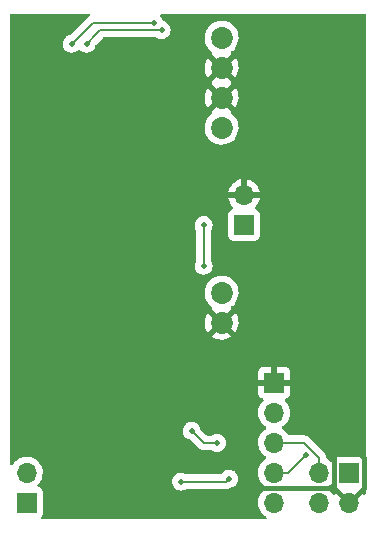
<source format=gbl>
G04 #@! TF.GenerationSoftware,KiCad,Pcbnew,6.0.2+dfsg-1*
G04 #@! TF.CreationDate,2023-04-26T20:37:37-05:00*
G04 #@! TF.ProjectId,dac-attack,6461632d-6174-4746-9163-6b2e6b696361,2023a*
G04 #@! TF.SameCoordinates,Original*
G04 #@! TF.FileFunction,Copper,L2,Bot*
G04 #@! TF.FilePolarity,Positive*
%FSLAX46Y46*%
G04 Gerber Fmt 4.6, Leading zero omitted, Abs format (unit mm)*
G04 Created by KiCad (PCBNEW 6.0.2+dfsg-1) date 2023-04-26 20:37:37*
%MOMM*%
%LPD*%
G01*
G04 APERTURE LIST*
G04 #@! TA.AperFunction,ComponentPad*
%ADD10R,1.700000X1.700000*%
G04 #@! TD*
G04 #@! TA.AperFunction,ComponentPad*
%ADD11O,1.700000X1.700000*%
G04 #@! TD*
G04 #@! TA.AperFunction,ComponentPad*
%ADD12C,1.854200*%
G04 #@! TD*
G04 #@! TA.AperFunction,ViaPad*
%ADD13C,0.500000*%
G04 #@! TD*
G04 #@! TA.AperFunction,Conductor*
%ADD14C,0.400000*%
G04 #@! TD*
G04 #@! TA.AperFunction,Conductor*
%ADD15C,0.200000*%
G04 #@! TD*
G04 APERTURE END LIST*
D10*
X95250000Y-104140000D03*
D11*
X95250000Y-106680000D03*
X95250000Y-109220000D03*
X95250000Y-111760000D03*
X95250000Y-114300000D03*
D10*
X101600000Y-111760000D03*
D11*
X99060000Y-111760000D03*
X101600000Y-114300000D03*
X99060000Y-114300000D03*
D12*
X90805000Y-99060000D03*
X90805000Y-96520000D03*
X90805000Y-82550000D03*
X90805000Y-80010000D03*
X90805000Y-77470000D03*
X90805000Y-74930000D03*
D10*
X92710000Y-90805000D03*
D11*
X92710000Y-88265000D03*
D10*
X74295000Y-114300000D03*
D11*
X74295000Y-111760000D03*
D13*
X79375000Y-88138000D03*
X82550000Y-76581000D03*
X74930000Y-78740000D03*
X79883000Y-110490000D03*
X78359000Y-99187000D03*
X81915000Y-88900000D03*
X98425000Y-90678000D03*
X99695000Y-83820000D03*
X96266000Y-90678000D03*
X95377000Y-91948000D03*
X75819000Y-109220000D03*
X76835000Y-82550000D03*
X78359000Y-102235000D03*
X97409000Y-89535000D03*
X81534000Y-79375000D03*
X75565000Y-83185000D03*
X97790000Y-95250000D03*
X99695000Y-82550000D03*
X100457000Y-91186000D03*
X82423000Y-90297000D03*
X86995000Y-108077000D03*
X75565000Y-80899000D03*
X97155000Y-103505000D03*
X102235000Y-106680000D03*
X97155000Y-82550000D03*
X98425000Y-83820000D03*
X88265000Y-79121000D03*
X98425000Y-89535000D03*
X97155000Y-83820000D03*
X97409000Y-90678000D03*
X96266000Y-89535000D03*
X100965000Y-82550000D03*
X88265000Y-77724000D03*
X81026000Y-75565000D03*
X100457000Y-84455000D03*
X81788000Y-88138000D03*
X98425000Y-103505000D03*
X97155000Y-104775000D03*
X78740000Y-95504000D03*
X80320000Y-108133000D03*
X95123000Y-89535000D03*
X84455000Y-95631000D03*
X77089000Y-88265000D03*
X102235000Y-103505000D03*
X78105000Y-83185000D03*
X98552000Y-85725000D03*
X81153000Y-95631000D03*
X80391000Y-99187000D03*
X80264000Y-102235000D03*
X84582000Y-88900000D03*
X98425000Y-104775000D03*
X81280000Y-112395000D03*
X89027000Y-100330000D03*
X86233000Y-110490000D03*
X95885000Y-82550000D03*
X86995000Y-98552000D03*
X95250000Y-84963000D03*
X98425000Y-82550000D03*
X76708000Y-79629000D03*
X79375000Y-83185000D03*
X95123000Y-90678000D03*
X98552000Y-92710000D03*
X73660000Y-77343000D03*
X97790000Y-88265000D03*
X102235000Y-101473000D03*
X76200000Y-88265000D03*
X84201000Y-107823000D03*
X80772000Y-92075000D03*
X84074000Y-76073000D03*
X88265000Y-108204000D03*
X90400000Y-109244000D03*
X85090000Y-73660000D03*
X78105000Y-75438000D03*
X85725000Y-74295000D03*
X79375000Y-75438000D03*
X97917000Y-110236000D03*
X87376000Y-112522000D03*
X91440000Y-112268000D03*
X89281000Y-90805000D03*
X89281000Y-94234000D03*
D14*
X100330000Y-113030000D02*
X93980000Y-113030000D01*
X101600000Y-114300000D02*
X102870000Y-113030000D01*
X102870000Y-113030000D02*
X102870000Y-110490000D01*
X101600000Y-114300000D02*
X100330000Y-113030000D01*
X102870000Y-110490000D02*
X102235000Y-109855000D01*
X100330000Y-113030000D02*
X100330000Y-109855000D01*
X78105000Y-83185000D02*
X79375000Y-83185000D01*
D15*
X88265000Y-108204000D02*
X89305000Y-109244000D01*
X95250000Y-109220000D02*
X97790000Y-109220000D01*
X99060000Y-110490000D02*
X99060000Y-111760000D01*
X97790000Y-109220000D02*
X99060000Y-110490000D01*
X89305000Y-109244000D02*
X90400000Y-109244000D01*
X79883000Y-73660000D02*
X78105000Y-75438000D01*
X79883000Y-73660000D02*
X85090000Y-73660000D01*
X79375000Y-75438000D02*
X80200500Y-74612500D01*
X85090000Y-74295000D02*
X80518000Y-74295000D01*
X85090000Y-74295000D02*
X85725000Y-74295000D01*
X80518000Y-74295000D02*
X80200500Y-74612500D01*
X97917000Y-110236000D02*
X96393000Y-111760000D01*
X87376000Y-112522000D02*
X91186000Y-112522000D01*
X96393000Y-111760000D02*
X95250000Y-111760000D01*
X91186000Y-112522000D02*
X91440000Y-112268000D01*
X89281000Y-91694000D02*
X89281000Y-90805000D01*
X89281000Y-94234000D02*
X89281000Y-91694000D01*
G04 #@! TA.AperFunction,Conductor*
G36*
X79575359Y-72918002D02*
G01*
X79621852Y-72971658D01*
X79631956Y-73041932D01*
X79602462Y-73106512D01*
X79576023Y-73128344D01*
X79576124Y-73128476D01*
X79569571Y-73133504D01*
X79569568Y-73133506D01*
X79480937Y-73201515D01*
X79480921Y-73201529D01*
X79455566Y-73220984D01*
X79455563Y-73220987D01*
X79449013Y-73226013D01*
X79443983Y-73232568D01*
X79429548Y-73251379D01*
X79418681Y-73263770D01*
X78027233Y-74655218D01*
X77964921Y-74689244D01*
X77951313Y-74691432D01*
X77948107Y-74691769D01*
X77948100Y-74691771D01*
X77941093Y-74692507D01*
X77934422Y-74694778D01*
X77786673Y-74745075D01*
X77786670Y-74745076D01*
X77780003Y-74747346D01*
X77774005Y-74751036D01*
X77774003Y-74751037D01*
X77641065Y-74832821D01*
X77641063Y-74832823D01*
X77635066Y-74836512D01*
X77630033Y-74841441D01*
X77545658Y-74924068D01*
X77513486Y-74955573D01*
X77509675Y-74961487D01*
X77509673Y-74961489D01*
X77425121Y-75092687D01*
X77421304Y-75098610D01*
X77363103Y-75258516D01*
X77341775Y-75427343D01*
X77358381Y-75596699D01*
X77412094Y-75758167D01*
X77415741Y-75764189D01*
X77415742Y-75764191D01*
X77475965Y-75863630D01*
X77500246Y-75903723D01*
X77618455Y-76026132D01*
X77760846Y-76119310D01*
X77767450Y-76121766D01*
X77767452Y-76121767D01*
X77803844Y-76135301D01*
X77920341Y-76178626D01*
X78089015Y-76201132D01*
X78096026Y-76200494D01*
X78096030Y-76200494D01*
X78251462Y-76186348D01*
X78258483Y-76185709D01*
X78265185Y-76183531D01*
X78265187Y-76183531D01*
X78413623Y-76135301D01*
X78413626Y-76135300D01*
X78420322Y-76133124D01*
X78566490Y-76045990D01*
X78571584Y-76041139D01*
X78571588Y-76041136D01*
X78653593Y-75963043D01*
X78716718Y-75930551D01*
X78787389Y-75937344D01*
X78831122Y-75966762D01*
X78888455Y-76026132D01*
X79030846Y-76119310D01*
X79037450Y-76121766D01*
X79037452Y-76121767D01*
X79073844Y-76135301D01*
X79190341Y-76178626D01*
X79359015Y-76201132D01*
X79366026Y-76200494D01*
X79366030Y-76200494D01*
X79521462Y-76186348D01*
X79528483Y-76185709D01*
X79535185Y-76183531D01*
X79535187Y-76183531D01*
X79683623Y-76135301D01*
X79683626Y-76135300D01*
X79690322Y-76133124D01*
X79836490Y-76045990D01*
X79841584Y-76041139D01*
X79841588Y-76041136D01*
X79923593Y-75963043D01*
X79959721Y-75928639D01*
X80053891Y-75786902D01*
X80114319Y-75627825D01*
X80119668Y-75589762D01*
X80148955Y-75525088D01*
X80155347Y-75518202D01*
X80733144Y-74940405D01*
X80795456Y-74906379D01*
X80822239Y-74903500D01*
X85232019Y-74903500D01*
X85301012Y-74924068D01*
X85349157Y-74955573D01*
X85380846Y-74976310D01*
X85387450Y-74978766D01*
X85387452Y-74978767D01*
X85423844Y-74992301D01*
X85540341Y-75035626D01*
X85709015Y-75058132D01*
X85716026Y-75057494D01*
X85716030Y-75057494D01*
X85871462Y-75043348D01*
X85878483Y-75042709D01*
X85885185Y-75040531D01*
X85885187Y-75040531D01*
X86033623Y-74992301D01*
X86033626Y-74992300D01*
X86040322Y-74990124D01*
X86186490Y-74902990D01*
X86191584Y-74898139D01*
X86191588Y-74898136D01*
X86195086Y-74894805D01*
X89364910Y-74894805D01*
X89365207Y-74899957D01*
X89365207Y-74899961D01*
X89374327Y-75058132D01*
X89378499Y-75130482D01*
X89379636Y-75135528D01*
X89379637Y-75135534D01*
X89400767Y-75229292D01*
X89430398Y-75360774D01*
X89519212Y-75579498D01*
X89642558Y-75780779D01*
X89797121Y-75959212D01*
X89977925Y-76109318D01*
X90017559Y-76168219D01*
X90019057Y-76239200D01*
X89998415Y-76281626D01*
X89991152Y-76291357D01*
X89997896Y-76303686D01*
X90792188Y-77097978D01*
X90806132Y-77105592D01*
X90807965Y-77105461D01*
X90814580Y-77101210D01*
X91613285Y-76302505D01*
X91620306Y-76289648D01*
X91610048Y-76275569D01*
X91586101Y-76208733D01*
X91602090Y-76139560D01*
X91638717Y-76098795D01*
X91730583Y-76033268D01*
X91730588Y-76033264D01*
X91734795Y-76030263D01*
X91902011Y-75863630D01*
X91961880Y-75780314D01*
X92036749Y-75676124D01*
X92036753Y-75676118D01*
X92039767Y-75671923D01*
X92144362Y-75460291D01*
X92212987Y-75234418D01*
X92213662Y-75229292D01*
X92243363Y-75003691D01*
X92243364Y-75003685D01*
X92243800Y-75000369D01*
X92245520Y-74930000D01*
X92226177Y-74694726D01*
X92168667Y-74465770D01*
X92101965Y-74312366D01*
X92076595Y-74254018D01*
X92076593Y-74254015D01*
X92074535Y-74249281D01*
X91946309Y-74051074D01*
X91787432Y-73876470D01*
X91783381Y-73873271D01*
X91783377Y-73873267D01*
X91606227Y-73733362D01*
X91606223Y-73733360D01*
X91602172Y-73730160D01*
X91573165Y-73714147D01*
X91400029Y-73618572D01*
X91395502Y-73616073D01*
X91390633Y-73614349D01*
X91390629Y-73614347D01*
X91177850Y-73538998D01*
X91177846Y-73538997D01*
X91172975Y-73537272D01*
X91167882Y-73536365D01*
X91167879Y-73536364D01*
X90945653Y-73496779D01*
X90945649Y-73496779D01*
X90940565Y-73495873D01*
X90854647Y-73494823D01*
X90709684Y-73493052D01*
X90709682Y-73493052D01*
X90704514Y-73492989D01*
X90471163Y-73528697D01*
X90246776Y-73602038D01*
X90242188Y-73604426D01*
X90242184Y-73604428D01*
X90058339Y-73700132D01*
X90037381Y-73711042D01*
X90033248Y-73714145D01*
X90033245Y-73714147D01*
X89852736Y-73849677D01*
X89848601Y-73852782D01*
X89685506Y-74023451D01*
X89682592Y-74027723D01*
X89682591Y-74027724D01*
X89620164Y-74119238D01*
X89552475Y-74218467D01*
X89550299Y-74223156D01*
X89550295Y-74223162D01*
X89507056Y-74316313D01*
X89453082Y-74432591D01*
X89389996Y-74660073D01*
X89364910Y-74894805D01*
X86195086Y-74894805D01*
X86260175Y-74832821D01*
X86309721Y-74785639D01*
X86403891Y-74643902D01*
X86464319Y-74484825D01*
X86488001Y-74316313D01*
X86488299Y-74295000D01*
X86469331Y-74125892D01*
X86413368Y-73965189D01*
X86323192Y-73820879D01*
X86203286Y-73700132D01*
X86059608Y-73608951D01*
X85906245Y-73554341D01*
X85848781Y-73512647D01*
X85829521Y-73477080D01*
X85778368Y-73330189D01*
X85688192Y-73185879D01*
X85615606Y-73112784D01*
X85581799Y-73050353D01*
X85587111Y-72979555D01*
X85629856Y-72922869D01*
X85696462Y-72898290D01*
X85705012Y-72898000D01*
X102871000Y-72898000D01*
X102939121Y-72918002D01*
X102985614Y-72971658D01*
X102997000Y-73024000D01*
X102997000Y-110432553D01*
X102976998Y-110500674D01*
X102923342Y-110547167D01*
X102853068Y-110557271D01*
X102795435Y-110533379D01*
X102770794Y-110514912D01*
X102696705Y-110459385D01*
X102560316Y-110408255D01*
X102498134Y-110401500D01*
X100701866Y-110401500D01*
X100639684Y-110408255D01*
X100503295Y-110459385D01*
X100386739Y-110546739D01*
X100299385Y-110663295D01*
X100296233Y-110671703D01*
X100254919Y-110781907D01*
X100212277Y-110838671D01*
X100145716Y-110863371D01*
X100076367Y-110848163D01*
X100043743Y-110822476D01*
X99993151Y-110766875D01*
X99993142Y-110766866D01*
X99989670Y-110763051D01*
X99985619Y-110759852D01*
X99985615Y-110759848D01*
X99818414Y-110627800D01*
X99818410Y-110627798D01*
X99814359Y-110624598D01*
X99769849Y-110600027D01*
X99737560Y-110582203D01*
X99687589Y-110531770D01*
X99673531Y-110488339D01*
X99668500Y-110450121D01*
X99668500Y-110450115D01*
X99653916Y-110339338D01*
X99652838Y-110331150D01*
X99591524Y-110183125D01*
X99591524Y-110183124D01*
X99518477Y-110087928D01*
X99518474Y-110087925D01*
X99493987Y-110056013D01*
X99486023Y-110049902D01*
X99468621Y-110036548D01*
X99456230Y-110025681D01*
X98254315Y-108823766D01*
X98243448Y-108811375D01*
X98229013Y-108792563D01*
X98223987Y-108786013D01*
X98192075Y-108761526D01*
X98192072Y-108761523D01*
X98096876Y-108688476D01*
X97948851Y-108627162D01*
X97940664Y-108626084D01*
X97940663Y-108626084D01*
X97929458Y-108624609D01*
X97898262Y-108620502D01*
X97829885Y-108611500D01*
X97829882Y-108611500D01*
X97829874Y-108611499D01*
X97798189Y-108607328D01*
X97790000Y-108606250D01*
X97758307Y-108610422D01*
X97741864Y-108611500D01*
X96542978Y-108611500D01*
X96474857Y-108591498D01*
X96437186Y-108553940D01*
X96432490Y-108546680D01*
X96330014Y-108388277D01*
X96179670Y-108223051D01*
X96175619Y-108219852D01*
X96175615Y-108219848D01*
X96008414Y-108087800D01*
X96008410Y-108087798D01*
X96004359Y-108084598D01*
X95963053Y-108061796D01*
X95913084Y-108011364D01*
X95898312Y-107941921D01*
X95923428Y-107875516D01*
X95950780Y-107848909D01*
X95994603Y-107817650D01*
X96129860Y-107721173D01*
X96288096Y-107563489D01*
X96347594Y-107480689D01*
X96415435Y-107386277D01*
X96418453Y-107382077D01*
X96517430Y-107181811D01*
X96582370Y-106968069D01*
X96611529Y-106746590D01*
X96613156Y-106680000D01*
X96594852Y-106457361D01*
X96540431Y-106240702D01*
X96451354Y-106035840D01*
X96330014Y-105848277D01*
X96326540Y-105844459D01*
X96326533Y-105844450D01*
X96182435Y-105686088D01*
X96151383Y-105622242D01*
X96159779Y-105551744D01*
X96204956Y-105496976D01*
X96231400Y-105483307D01*
X96338052Y-105443325D01*
X96353649Y-105434786D01*
X96455724Y-105358285D01*
X96468285Y-105345724D01*
X96544786Y-105243649D01*
X96553324Y-105228054D01*
X96598478Y-105107606D01*
X96602105Y-105092351D01*
X96607631Y-105041486D01*
X96608000Y-105034672D01*
X96608000Y-104412115D01*
X96603525Y-104396876D01*
X96602135Y-104395671D01*
X96594452Y-104394000D01*
X93910116Y-104394000D01*
X93894877Y-104398475D01*
X93893672Y-104399865D01*
X93892001Y-104407548D01*
X93892001Y-105034669D01*
X93892371Y-105041490D01*
X93897895Y-105092352D01*
X93901521Y-105107604D01*
X93946676Y-105228054D01*
X93955214Y-105243649D01*
X94031715Y-105345724D01*
X94044276Y-105358285D01*
X94146351Y-105434786D01*
X94161946Y-105443324D01*
X94270827Y-105484142D01*
X94327591Y-105526784D01*
X94352291Y-105593345D01*
X94337083Y-105662694D01*
X94317691Y-105689175D01*
X94194200Y-105818401D01*
X94190629Y-105822138D01*
X94064743Y-106006680D01*
X93970688Y-106209305D01*
X93910989Y-106424570D01*
X93887251Y-106646695D01*
X93887548Y-106651848D01*
X93887548Y-106651851D01*
X93893011Y-106746590D01*
X93900110Y-106869715D01*
X93901247Y-106874761D01*
X93901248Y-106874767D01*
X93921119Y-106962939D01*
X93949222Y-107087639D01*
X94033266Y-107294616D01*
X94035965Y-107299020D01*
X94133247Y-107457770D01*
X94149987Y-107485088D01*
X94296250Y-107653938D01*
X94468126Y-107796632D01*
X94538595Y-107837811D01*
X94541445Y-107839476D01*
X94590169Y-107891114D01*
X94603240Y-107960897D01*
X94576509Y-108026669D01*
X94536055Y-108060027D01*
X94523607Y-108066507D01*
X94519474Y-108069610D01*
X94519471Y-108069612D01*
X94444814Y-108125666D01*
X94344965Y-108200635D01*
X94190629Y-108362138D01*
X94064743Y-108546680D01*
X94043939Y-108591498D01*
X94000391Y-108685316D01*
X93970688Y-108749305D01*
X93910989Y-108964570D01*
X93887251Y-109186695D01*
X93887548Y-109191848D01*
X93887548Y-109191851D01*
X93891556Y-109261366D01*
X93900110Y-109409715D01*
X93901247Y-109414761D01*
X93901248Y-109414767D01*
X93907028Y-109440414D01*
X93949222Y-109627639D01*
X93990286Y-109728768D01*
X94030783Y-109828500D01*
X94033266Y-109834616D01*
X94056829Y-109873068D01*
X94138984Y-110007132D01*
X94149987Y-110025088D01*
X94296250Y-110193938D01*
X94468126Y-110336632D01*
X94472757Y-110339338D01*
X94541445Y-110379476D01*
X94590169Y-110431114D01*
X94603240Y-110500897D01*
X94576509Y-110566669D01*
X94536055Y-110600027D01*
X94523607Y-110606507D01*
X94519474Y-110609610D01*
X94519471Y-110609612D01*
X94349100Y-110737530D01*
X94344965Y-110740635D01*
X94305525Y-110781907D01*
X94251280Y-110838671D01*
X94190629Y-110902138D01*
X94064743Y-111086680D01*
X93970688Y-111289305D01*
X93910989Y-111504570D01*
X93887251Y-111726695D01*
X93887548Y-111731848D01*
X93887548Y-111731851D01*
X93893768Y-111839729D01*
X93900110Y-111949715D01*
X93901247Y-111954761D01*
X93901248Y-111954767D01*
X93919251Y-112034648D01*
X93949222Y-112167639D01*
X93998628Y-112289313D01*
X94025460Y-112355391D01*
X94033266Y-112374616D01*
X94070685Y-112435678D01*
X94147291Y-112560688D01*
X94149987Y-112565088D01*
X94296250Y-112733938D01*
X94468126Y-112876632D01*
X94473195Y-112879594D01*
X94541445Y-112919476D01*
X94590169Y-112971114D01*
X94603240Y-113040897D01*
X94576509Y-113106669D01*
X94536055Y-113140027D01*
X94523607Y-113146507D01*
X94519474Y-113149610D01*
X94519471Y-113149612D01*
X94359517Y-113269709D01*
X94344965Y-113280635D01*
X94190629Y-113442138D01*
X94064743Y-113626680D01*
X93970688Y-113829305D01*
X93910989Y-114044570D01*
X93887251Y-114266695D01*
X93887548Y-114271848D01*
X93887548Y-114271851D01*
X93893011Y-114366590D01*
X93900110Y-114489715D01*
X93901247Y-114494761D01*
X93901248Y-114494767D01*
X93921119Y-114582939D01*
X93949222Y-114707639D01*
X94033266Y-114914616D01*
X94149987Y-115105088D01*
X94296250Y-115273938D01*
X94468126Y-115416632D01*
X94529744Y-115452639D01*
X94546127Y-115462212D01*
X94594851Y-115513851D01*
X94607922Y-115583634D01*
X94581191Y-115649405D01*
X94523144Y-115690284D01*
X94482557Y-115697000D01*
X75622447Y-115697000D01*
X75554326Y-115676998D01*
X75507833Y-115623342D01*
X75497729Y-115553068D01*
X75521621Y-115495435D01*
X75578724Y-115419242D01*
X75595615Y-115396705D01*
X75646745Y-115260316D01*
X75653500Y-115198134D01*
X75653500Y-113401866D01*
X75646745Y-113339684D01*
X75595615Y-113203295D01*
X75508261Y-113086739D01*
X75391705Y-112999385D01*
X75357657Y-112986621D01*
X75273203Y-112954960D01*
X75216439Y-112912318D01*
X75191739Y-112845756D01*
X75206947Y-112776408D01*
X75228493Y-112747727D01*
X75269124Y-112707238D01*
X75333096Y-112643489D01*
X75392594Y-112560689D01*
X75428052Y-112511343D01*
X86612775Y-112511343D01*
X86629381Y-112680699D01*
X86683094Y-112842167D01*
X86686741Y-112848189D01*
X86686742Y-112848191D01*
X86764647Y-112976826D01*
X86771246Y-112987723D01*
X86889455Y-113110132D01*
X86937844Y-113141797D01*
X87020842Y-113196109D01*
X87031846Y-113203310D01*
X87038450Y-113205766D01*
X87038452Y-113205767D01*
X87074844Y-113219301D01*
X87191341Y-113262626D01*
X87360015Y-113285132D01*
X87367026Y-113284494D01*
X87367030Y-113284494D01*
X87522462Y-113270348D01*
X87529483Y-113269709D01*
X87536185Y-113267531D01*
X87536187Y-113267531D01*
X87684623Y-113219301D01*
X87684626Y-113219300D01*
X87691322Y-113217124D01*
X87806823Y-113148271D01*
X87871341Y-113130500D01*
X91137864Y-113130500D01*
X91154307Y-113131578D01*
X91186000Y-113135750D01*
X91194189Y-113134672D01*
X91225874Y-113130501D01*
X91225884Y-113130500D01*
X91225885Y-113130500D01*
X91325457Y-113117391D01*
X91336664Y-113115916D01*
X91336666Y-113115915D01*
X91344851Y-113114838D01*
X91492876Y-113053524D01*
X91506306Y-113043219D01*
X91571587Y-113017702D01*
X91575376Y-113017357D01*
X91593483Y-113015709D01*
X91600180Y-113013533D01*
X91748623Y-112965301D01*
X91748626Y-112965300D01*
X91755322Y-112963124D01*
X91901490Y-112875990D01*
X91906584Y-112871139D01*
X91906588Y-112871136D01*
X91983882Y-112797529D01*
X92024721Y-112758639D01*
X92038939Y-112737240D01*
X92098803Y-112647137D01*
X92118891Y-112616902D01*
X92179319Y-112457825D01*
X92203001Y-112289313D01*
X92203299Y-112268000D01*
X92184331Y-112098892D01*
X92166633Y-112048069D01*
X92130686Y-111944846D01*
X92128368Y-111938189D01*
X92112941Y-111913500D01*
X92076857Y-111855755D01*
X92038192Y-111793879D01*
X92022458Y-111778034D01*
X91923248Y-111678129D01*
X91918286Y-111673132D01*
X91902039Y-111662821D01*
X91802410Y-111599595D01*
X91774608Y-111581951D01*
X91614300Y-111524868D01*
X91445329Y-111504720D01*
X91438326Y-111505456D01*
X91438325Y-111505456D01*
X91283101Y-111521770D01*
X91283097Y-111521771D01*
X91276093Y-111522507D01*
X91269422Y-111524778D01*
X91121673Y-111575075D01*
X91121670Y-111575076D01*
X91115003Y-111577346D01*
X91109005Y-111581036D01*
X91109003Y-111581037D01*
X90976065Y-111662821D01*
X90976063Y-111662823D01*
X90970066Y-111666512D01*
X90965033Y-111671441D01*
X90856185Y-111778034D01*
X90848486Y-111785573D01*
X90844674Y-111791488D01*
X90844670Y-111791493D01*
X90803256Y-111855755D01*
X90749542Y-111902180D01*
X90697345Y-111913500D01*
X87869411Y-111913500D01*
X87801897Y-111893885D01*
X87716562Y-111839729D01*
X87716558Y-111839727D01*
X87710608Y-111835951D01*
X87550300Y-111778868D01*
X87381329Y-111758720D01*
X87374326Y-111759456D01*
X87374325Y-111759456D01*
X87219101Y-111775770D01*
X87219097Y-111775771D01*
X87212093Y-111776507D01*
X87205422Y-111778778D01*
X87057673Y-111829075D01*
X87057670Y-111829076D01*
X87051003Y-111831346D01*
X87045005Y-111835036D01*
X87045003Y-111835037D01*
X86912065Y-111916821D01*
X86912063Y-111916823D01*
X86906066Y-111920512D01*
X86784486Y-112039573D01*
X86780675Y-112045487D01*
X86780673Y-112045489D01*
X86709305Y-112156230D01*
X86692304Y-112182610D01*
X86634103Y-112342516D01*
X86612775Y-112511343D01*
X75428052Y-112511343D01*
X75460435Y-112466277D01*
X75463453Y-112462077D01*
X75507910Y-112372126D01*
X75560136Y-112266453D01*
X75560137Y-112266451D01*
X75562430Y-112261811D01*
X75627370Y-112048069D01*
X75656529Y-111826590D01*
X75657387Y-111791493D01*
X75658074Y-111763365D01*
X75658074Y-111763361D01*
X75658156Y-111760000D01*
X75639852Y-111537361D01*
X75585431Y-111320702D01*
X75496354Y-111115840D01*
X75375014Y-110928277D01*
X75224670Y-110763051D01*
X75220619Y-110759852D01*
X75220615Y-110759848D01*
X75053414Y-110627800D01*
X75053410Y-110627798D01*
X75049359Y-110624598D01*
X74853789Y-110516638D01*
X74848920Y-110514914D01*
X74848916Y-110514912D01*
X74648087Y-110443795D01*
X74648083Y-110443794D01*
X74643212Y-110442069D01*
X74638119Y-110441162D01*
X74638116Y-110441161D01*
X74428373Y-110403800D01*
X74428367Y-110403799D01*
X74423284Y-110402894D01*
X74349452Y-110401992D01*
X74205081Y-110400228D01*
X74205079Y-110400228D01*
X74199911Y-110400165D01*
X73979091Y-110433955D01*
X73766756Y-110503357D01*
X73568607Y-110606507D01*
X73564474Y-110609610D01*
X73564471Y-110609612D01*
X73394100Y-110737530D01*
X73389965Y-110740635D01*
X73350525Y-110781907D01*
X73296280Y-110838671D01*
X73235629Y-110902138D01*
X73232715Y-110906410D01*
X73232714Y-110906411D01*
X73128088Y-111059787D01*
X73073177Y-111104790D01*
X73002652Y-111112961D01*
X72938905Y-111081707D01*
X72902175Y-111020950D01*
X72898000Y-110988783D01*
X72898000Y-108193343D01*
X87501775Y-108193343D01*
X87518381Y-108362699D01*
X87572094Y-108524167D01*
X87575741Y-108530189D01*
X87575742Y-108530191D01*
X87647776Y-108649132D01*
X87660246Y-108669723D01*
X87778455Y-108792132D01*
X87920846Y-108885310D01*
X87927450Y-108887766D01*
X87927452Y-108887767D01*
X88073731Y-108942168D01*
X88073733Y-108942169D01*
X88080341Y-108944626D01*
X88087326Y-108945558D01*
X88087330Y-108945559D01*
X88107710Y-108948278D01*
X88112770Y-108948953D01*
X88177648Y-108977788D01*
X88185202Y-108984751D01*
X88840685Y-109640234D01*
X88851552Y-109652625D01*
X88871013Y-109677987D01*
X88902925Y-109702474D01*
X88902928Y-109702477D01*
X88998124Y-109775524D01*
X89146149Y-109836838D01*
X89154336Y-109837916D01*
X89154337Y-109837916D01*
X89165542Y-109839391D01*
X89196738Y-109843498D01*
X89265115Y-109852500D01*
X89265118Y-109852500D01*
X89265126Y-109852501D01*
X89296811Y-109856672D01*
X89305000Y-109857750D01*
X89336693Y-109853578D01*
X89353136Y-109852500D01*
X89907019Y-109852500D01*
X89976012Y-109873068D01*
X90043812Y-109917435D01*
X90055846Y-109925310D01*
X90062450Y-109927766D01*
X90062452Y-109927767D01*
X90098844Y-109941301D01*
X90215341Y-109984626D01*
X90384015Y-110007132D01*
X90391026Y-110006494D01*
X90391030Y-110006494D01*
X90546462Y-109992348D01*
X90553483Y-109991709D01*
X90560185Y-109989531D01*
X90560187Y-109989531D01*
X90708623Y-109941301D01*
X90708626Y-109941300D01*
X90715322Y-109939124D01*
X90861490Y-109851990D01*
X90866584Y-109847139D01*
X90866588Y-109847136D01*
X90947067Y-109770496D01*
X90984721Y-109734639D01*
X91006090Y-109702477D01*
X91074990Y-109598773D01*
X91078891Y-109592902D01*
X91139319Y-109433825D01*
X91163001Y-109265313D01*
X91163299Y-109244000D01*
X91144331Y-109074892D01*
X91088368Y-108914189D01*
X91071858Y-108887767D01*
X91060420Y-108869464D01*
X90998192Y-108769879D01*
X90878286Y-108649132D01*
X90856806Y-108635500D01*
X90817289Y-108610422D01*
X90734608Y-108557951D01*
X90574300Y-108500868D01*
X90405329Y-108480720D01*
X90398326Y-108481456D01*
X90398325Y-108481456D01*
X90243101Y-108497770D01*
X90243097Y-108497771D01*
X90236093Y-108498507D01*
X90229422Y-108500778D01*
X90081673Y-108551075D01*
X90081670Y-108551076D01*
X90075003Y-108553346D01*
X90069005Y-108557036D01*
X90069003Y-108557037D01*
X89971831Y-108616818D01*
X89905809Y-108635500D01*
X89609239Y-108635500D01*
X89541118Y-108615498D01*
X89520144Y-108598595D01*
X89047215Y-108125666D01*
X89013189Y-108063354D01*
X89011095Y-108050618D01*
X89010116Y-108041890D01*
X89009331Y-108034892D01*
X89006468Y-108026669D01*
X88955686Y-107880846D01*
X88953368Y-107874189D01*
X88947383Y-107864610D01*
X88902839Y-107793327D01*
X88863192Y-107729879D01*
X88743286Y-107609132D01*
X88727039Y-107598821D01*
X88688406Y-107574304D01*
X88599608Y-107517951D01*
X88439300Y-107460868D01*
X88270329Y-107440720D01*
X88263326Y-107441456D01*
X88263325Y-107441456D01*
X88108101Y-107457770D01*
X88108097Y-107457771D01*
X88101093Y-107458507D01*
X88094422Y-107460778D01*
X87946673Y-107511075D01*
X87946670Y-107511076D01*
X87940003Y-107513346D01*
X87934005Y-107517036D01*
X87934003Y-107517037D01*
X87801065Y-107598821D01*
X87801063Y-107598823D01*
X87795066Y-107602512D01*
X87673486Y-107721573D01*
X87581304Y-107864610D01*
X87523103Y-108024516D01*
X87501775Y-108193343D01*
X72898000Y-108193343D01*
X72898000Y-103867885D01*
X93892000Y-103867885D01*
X93896475Y-103883124D01*
X93897865Y-103884329D01*
X93905548Y-103886000D01*
X94977885Y-103886000D01*
X94993124Y-103881525D01*
X94994329Y-103880135D01*
X94996000Y-103872452D01*
X94996000Y-103867885D01*
X95504000Y-103867885D01*
X95508475Y-103883124D01*
X95509865Y-103884329D01*
X95517548Y-103886000D01*
X96589884Y-103886000D01*
X96605123Y-103881525D01*
X96606328Y-103880135D01*
X96607999Y-103872452D01*
X96607999Y-103245331D01*
X96607629Y-103238510D01*
X96602105Y-103187648D01*
X96598479Y-103172396D01*
X96553324Y-103051946D01*
X96544786Y-103036351D01*
X96468285Y-102934276D01*
X96455724Y-102921715D01*
X96353649Y-102845214D01*
X96338054Y-102836676D01*
X96217606Y-102791522D01*
X96202351Y-102787895D01*
X96151486Y-102782369D01*
X96144672Y-102782000D01*
X95522115Y-102782000D01*
X95506876Y-102786475D01*
X95505671Y-102787865D01*
X95504000Y-102795548D01*
X95504000Y-103867885D01*
X94996000Y-103867885D01*
X94996000Y-102800116D01*
X94991525Y-102784877D01*
X94990135Y-102783672D01*
X94982452Y-102782001D01*
X94355331Y-102782001D01*
X94348510Y-102782371D01*
X94297648Y-102787895D01*
X94282396Y-102791521D01*
X94161946Y-102836676D01*
X94146351Y-102845214D01*
X94044276Y-102921715D01*
X94031715Y-102934276D01*
X93955214Y-103036351D01*
X93946676Y-103051946D01*
X93901522Y-103172394D01*
X93897895Y-103187649D01*
X93892369Y-103238514D01*
X93892000Y-103245328D01*
X93892000Y-103867885D01*
X72898000Y-103867885D01*
X72898000Y-100241219D01*
X89988611Y-100241219D01*
X89993892Y-100248273D01*
X90178328Y-100356048D01*
X90187615Y-100360498D01*
X90398417Y-100440995D01*
X90408315Y-100443871D01*
X90629435Y-100488858D01*
X90639663Y-100490077D01*
X90865160Y-100498347D01*
X90875446Y-100497880D01*
X91099266Y-100469207D01*
X91109351Y-100467064D01*
X91325486Y-100402220D01*
X91335063Y-100398467D01*
X91537713Y-100299190D01*
X91546558Y-100293917D01*
X91609526Y-100249002D01*
X91617927Y-100238302D01*
X91610939Y-100225149D01*
X90817812Y-99432022D01*
X90803868Y-99424408D01*
X90802035Y-99424539D01*
X90795420Y-99428790D01*
X89995371Y-100228839D01*
X89988611Y-100241219D01*
X72898000Y-100241219D01*
X72898000Y-99029973D01*
X89365709Y-99029973D01*
X89378698Y-99255244D01*
X89380134Y-99265464D01*
X89429741Y-99485581D01*
X89432821Y-99495410D01*
X89517713Y-99704478D01*
X89522366Y-99713688D01*
X89615390Y-99865487D01*
X89625848Y-99874948D01*
X89634625Y-99871165D01*
X90432978Y-99072812D01*
X90439356Y-99061132D01*
X91169408Y-99061132D01*
X91169539Y-99062965D01*
X91173790Y-99069580D01*
X91970721Y-99866511D01*
X91982731Y-99873070D01*
X91994470Y-99864102D01*
X92036318Y-99805864D01*
X92041629Y-99797025D01*
X92141601Y-99594748D01*
X92145399Y-99585155D01*
X92210993Y-99369258D01*
X92213171Y-99359185D01*
X92242862Y-99133663D01*
X92243381Y-99126995D01*
X92244936Y-99063365D01*
X92244742Y-99056646D01*
X92226106Y-98829969D01*
X92224421Y-98819789D01*
X92169451Y-98600944D01*
X92166131Y-98591193D01*
X92076153Y-98384255D01*
X92071286Y-98375180D01*
X91993823Y-98255440D01*
X91983137Y-98246236D01*
X91973570Y-98250640D01*
X91177022Y-99047188D01*
X91169408Y-99061132D01*
X90439356Y-99061132D01*
X90440592Y-99058868D01*
X90440461Y-99057035D01*
X90436210Y-99050420D01*
X89639364Y-98253574D01*
X89627828Y-98247274D01*
X89615546Y-98256897D01*
X89555822Y-98344450D01*
X89550736Y-98353402D01*
X89455728Y-98558078D01*
X89452174Y-98567738D01*
X89391868Y-98785195D01*
X89389941Y-98795300D01*
X89365961Y-99019684D01*
X89365709Y-99029973D01*
X72898000Y-99029973D01*
X72898000Y-96484805D01*
X89364910Y-96484805D01*
X89378499Y-96720482D01*
X89379636Y-96725528D01*
X89379637Y-96725534D01*
X89400767Y-96819292D01*
X89430398Y-96950774D01*
X89519212Y-97169498D01*
X89642558Y-97370779D01*
X89797121Y-97549212D01*
X89977925Y-97699318D01*
X90017559Y-97758219D01*
X90019057Y-97829200D01*
X89998415Y-97871626D01*
X89991152Y-97881357D01*
X89997896Y-97893686D01*
X90792188Y-98687978D01*
X90806132Y-98695592D01*
X90807965Y-98695461D01*
X90814580Y-98691210D01*
X91613285Y-97892505D01*
X91620306Y-97879648D01*
X91610048Y-97865569D01*
X91586101Y-97798733D01*
X91602090Y-97729560D01*
X91638717Y-97688795D01*
X91730583Y-97623268D01*
X91730588Y-97623264D01*
X91734795Y-97620263D01*
X91902011Y-97453630D01*
X91961546Y-97370779D01*
X92036749Y-97266124D01*
X92036753Y-97266118D01*
X92039767Y-97261923D01*
X92144362Y-97050291D01*
X92212987Y-96824418D01*
X92213662Y-96819292D01*
X92243363Y-96593691D01*
X92243364Y-96593685D01*
X92243800Y-96590369D01*
X92245520Y-96520000D01*
X92226177Y-96284726D01*
X92168667Y-96055770D01*
X92074535Y-95839281D01*
X91946309Y-95641074D01*
X91787432Y-95466470D01*
X91783381Y-95463271D01*
X91783377Y-95463267D01*
X91606227Y-95323362D01*
X91606223Y-95323360D01*
X91602172Y-95320160D01*
X91573165Y-95304147D01*
X91400029Y-95208572D01*
X91395502Y-95206073D01*
X91390633Y-95204349D01*
X91390629Y-95204347D01*
X91177850Y-95128998D01*
X91177846Y-95128997D01*
X91172975Y-95127272D01*
X91167882Y-95126365D01*
X91167879Y-95126364D01*
X90945653Y-95086779D01*
X90945649Y-95086779D01*
X90940565Y-95085873D01*
X90854647Y-95084823D01*
X90709684Y-95083052D01*
X90709682Y-95083052D01*
X90704514Y-95082989D01*
X90471163Y-95118697D01*
X90246776Y-95192038D01*
X90242188Y-95194426D01*
X90242184Y-95194428D01*
X90215014Y-95208572D01*
X90037381Y-95301042D01*
X90033248Y-95304145D01*
X90033245Y-95304147D01*
X89852736Y-95439677D01*
X89848601Y-95442782D01*
X89685506Y-95613451D01*
X89682592Y-95617723D01*
X89682591Y-95617724D01*
X89591702Y-95750962D01*
X89552475Y-95808467D01*
X89550299Y-95813156D01*
X89550295Y-95813162D01*
X89455261Y-96017896D01*
X89453082Y-96022591D01*
X89389996Y-96250073D01*
X89364910Y-96484805D01*
X72898000Y-96484805D01*
X72898000Y-94223343D01*
X88517775Y-94223343D01*
X88534381Y-94392699D01*
X88588094Y-94554167D01*
X88591741Y-94560189D01*
X88591742Y-94560191D01*
X88605497Y-94582902D01*
X88676246Y-94699723D01*
X88794455Y-94822132D01*
X88936846Y-94915310D01*
X88943450Y-94917766D01*
X88943452Y-94917767D01*
X88979844Y-94931301D01*
X89096341Y-94974626D01*
X89265015Y-94997132D01*
X89272026Y-94996494D01*
X89272030Y-94996494D01*
X89427462Y-94982348D01*
X89434483Y-94981709D01*
X89441185Y-94979531D01*
X89441187Y-94979531D01*
X89589623Y-94931301D01*
X89589626Y-94931300D01*
X89596322Y-94929124D01*
X89742490Y-94841990D01*
X89747584Y-94837139D01*
X89747588Y-94837136D01*
X89814833Y-94773099D01*
X89865721Y-94724639D01*
X89959891Y-94582902D01*
X90020319Y-94423825D01*
X90044001Y-94255313D01*
X90044299Y-94234000D01*
X90025331Y-94064892D01*
X89969368Y-93904189D01*
X89908645Y-93807013D01*
X89889500Y-93740245D01*
X89889500Y-91703134D01*
X91351500Y-91703134D01*
X91358255Y-91765316D01*
X91409385Y-91901705D01*
X91496739Y-92018261D01*
X91613295Y-92105615D01*
X91749684Y-92156745D01*
X91811866Y-92163500D01*
X93608134Y-92163500D01*
X93670316Y-92156745D01*
X93806705Y-92105615D01*
X93923261Y-92018261D01*
X94010615Y-91901705D01*
X94061745Y-91765316D01*
X94068500Y-91703134D01*
X94068500Y-89906866D01*
X94061745Y-89844684D01*
X94010615Y-89708295D01*
X93923261Y-89591739D01*
X93806705Y-89504385D01*
X93687687Y-89459767D01*
X93630923Y-89417125D01*
X93606223Y-89350564D01*
X93621430Y-89281215D01*
X93642977Y-89252535D01*
X93744052Y-89151812D01*
X93750730Y-89143965D01*
X93875003Y-88971020D01*
X93880313Y-88962183D01*
X93974670Y-88771267D01*
X93978469Y-88761672D01*
X94040377Y-88557910D01*
X94042555Y-88547837D01*
X94043986Y-88536962D01*
X94041775Y-88522778D01*
X94028617Y-88519000D01*
X91393225Y-88519000D01*
X91379694Y-88522973D01*
X91378257Y-88532966D01*
X91408565Y-88667446D01*
X91411645Y-88677275D01*
X91491770Y-88874603D01*
X91496413Y-88883794D01*
X91607694Y-89065388D01*
X91613777Y-89073699D01*
X91753213Y-89234667D01*
X91760577Y-89241879D01*
X91765522Y-89245985D01*
X91805156Y-89304889D01*
X91806653Y-89375870D01*
X91769537Y-89436392D01*
X91729264Y-89460910D01*
X91621705Y-89501232D01*
X91621704Y-89501233D01*
X91613295Y-89504385D01*
X91496739Y-89591739D01*
X91409385Y-89708295D01*
X91358255Y-89844684D01*
X91351500Y-89906866D01*
X91351500Y-91703134D01*
X89889500Y-91703134D01*
X89889500Y-91297890D01*
X89910552Y-91228163D01*
X89955990Y-91159773D01*
X89959891Y-91153902D01*
X90020319Y-90994825D01*
X90044001Y-90826313D01*
X90044299Y-90805000D01*
X90025331Y-90635892D01*
X89969368Y-90475189D01*
X89963383Y-90465610D01*
X89941420Y-90430464D01*
X89879192Y-90330879D01*
X89759286Y-90210132D01*
X89743039Y-90199821D01*
X89704406Y-90175304D01*
X89615608Y-90118951D01*
X89455300Y-90061868D01*
X89286329Y-90041720D01*
X89279326Y-90042456D01*
X89279325Y-90042456D01*
X89124101Y-90058770D01*
X89124097Y-90058771D01*
X89117093Y-90059507D01*
X89110422Y-90061778D01*
X88962673Y-90112075D01*
X88962670Y-90112076D01*
X88956003Y-90114346D01*
X88950005Y-90118036D01*
X88950003Y-90118037D01*
X88817065Y-90199821D01*
X88817063Y-90199823D01*
X88811066Y-90203512D01*
X88689486Y-90322573D01*
X88597304Y-90465610D01*
X88539103Y-90625516D01*
X88517775Y-90794343D01*
X88534381Y-90963699D01*
X88588094Y-91125167D01*
X88591741Y-91131189D01*
X88591742Y-91131191D01*
X88654276Y-91234447D01*
X88672500Y-91299718D01*
X88672500Y-93740846D01*
X88652411Y-93809101D01*
X88597304Y-93894610D01*
X88539103Y-94054516D01*
X88517775Y-94223343D01*
X72898000Y-94223343D01*
X72898000Y-87999183D01*
X91374389Y-87999183D01*
X91375912Y-88007607D01*
X91388292Y-88011000D01*
X92437885Y-88011000D01*
X92453124Y-88006525D01*
X92454329Y-88005135D01*
X92456000Y-87997452D01*
X92456000Y-87992885D01*
X92964000Y-87992885D01*
X92968475Y-88008124D01*
X92969865Y-88009329D01*
X92977548Y-88011000D01*
X94028344Y-88011000D01*
X94041875Y-88007027D01*
X94043180Y-87997947D01*
X94001214Y-87830875D01*
X93997894Y-87821124D01*
X93912972Y-87625814D01*
X93908105Y-87616739D01*
X93792426Y-87437926D01*
X93786136Y-87429757D01*
X93642806Y-87272240D01*
X93635273Y-87265215D01*
X93468139Y-87133222D01*
X93459552Y-87127517D01*
X93273117Y-87024599D01*
X93263705Y-87020369D01*
X93062959Y-86949280D01*
X93052988Y-86946646D01*
X92981837Y-86933972D01*
X92968540Y-86935432D01*
X92964000Y-86949989D01*
X92964000Y-87992885D01*
X92456000Y-87992885D01*
X92456000Y-86948102D01*
X92452082Y-86934758D01*
X92437806Y-86932771D01*
X92399324Y-86938660D01*
X92389288Y-86941051D01*
X92186868Y-87007212D01*
X92177359Y-87011209D01*
X91988463Y-87109542D01*
X91979738Y-87115036D01*
X91809433Y-87242905D01*
X91801726Y-87249748D01*
X91654590Y-87403717D01*
X91648104Y-87411727D01*
X91528098Y-87587649D01*
X91523000Y-87596623D01*
X91433338Y-87789783D01*
X91429775Y-87799470D01*
X91374389Y-87999183D01*
X72898000Y-87999183D01*
X72898000Y-82514805D01*
X89364910Y-82514805D01*
X89378499Y-82750482D01*
X89379636Y-82755528D01*
X89379637Y-82755534D01*
X89400767Y-82849292D01*
X89430398Y-82980774D01*
X89519212Y-83199498D01*
X89642558Y-83400779D01*
X89797121Y-83579212D01*
X89978752Y-83730005D01*
X89983204Y-83732607D01*
X89983209Y-83732610D01*
X90071740Y-83784343D01*
X90182572Y-83849108D01*
X90403108Y-83933322D01*
X90408176Y-83934353D01*
X90408179Y-83934354D01*
X90522216Y-83957555D01*
X90634437Y-83980387D01*
X90639610Y-83980577D01*
X90639613Y-83980577D01*
X90865182Y-83988848D01*
X90865186Y-83988848D01*
X90870346Y-83989037D01*
X90875466Y-83988381D01*
X90875468Y-83988381D01*
X90948676Y-83979003D01*
X91104501Y-83959041D01*
X91109450Y-83957556D01*
X91109456Y-83957555D01*
X91325662Y-83892690D01*
X91325661Y-83892690D01*
X91330612Y-83891205D01*
X91429975Y-83842527D01*
X91537957Y-83789628D01*
X91537962Y-83789625D01*
X91542608Y-83787349D01*
X91546818Y-83784346D01*
X91546823Y-83784343D01*
X91730583Y-83653268D01*
X91730588Y-83653264D01*
X91734795Y-83650263D01*
X91902011Y-83483630D01*
X91961546Y-83400779D01*
X92036749Y-83296124D01*
X92036753Y-83296118D01*
X92039767Y-83291923D01*
X92144362Y-83080291D01*
X92212987Y-82854418D01*
X92213662Y-82849292D01*
X92243363Y-82623691D01*
X92243364Y-82623685D01*
X92243800Y-82620369D01*
X92245520Y-82550000D01*
X92226177Y-82314726D01*
X92168667Y-82085770D01*
X92074535Y-81869281D01*
X91946309Y-81671074D01*
X91787432Y-81496470D01*
X91632055Y-81373760D01*
X91590992Y-81315843D01*
X91587760Y-81244920D01*
X91611043Y-81197067D01*
X91617926Y-81188301D01*
X91610939Y-81175149D01*
X90817812Y-80382022D01*
X90803868Y-80374408D01*
X90802035Y-80374539D01*
X90795420Y-80378790D01*
X89995371Y-81178839D01*
X89988611Y-81191219D01*
X89997766Y-81203449D01*
X90022577Y-81269970D01*
X90007485Y-81339344D01*
X89972552Y-81379717D01*
X89848601Y-81472782D01*
X89685506Y-81643451D01*
X89682592Y-81647723D01*
X89682591Y-81647724D01*
X89591702Y-81780962D01*
X89552475Y-81838467D01*
X89550299Y-81843156D01*
X89550295Y-81843162D01*
X89455261Y-82047896D01*
X89453082Y-82052591D01*
X89389996Y-82280073D01*
X89364910Y-82514805D01*
X72898000Y-82514805D01*
X72898000Y-79979973D01*
X89365709Y-79979973D01*
X89378698Y-80205244D01*
X89380134Y-80215464D01*
X89429741Y-80435581D01*
X89432821Y-80445410D01*
X89517713Y-80654478D01*
X89522366Y-80663688D01*
X89615390Y-80815487D01*
X89625848Y-80824948D01*
X89634625Y-80821165D01*
X90432978Y-80022812D01*
X90439356Y-80011132D01*
X91169408Y-80011132D01*
X91169539Y-80012965D01*
X91173790Y-80019580D01*
X91970721Y-80816511D01*
X91982731Y-80823070D01*
X91994470Y-80814102D01*
X92036318Y-80755864D01*
X92041629Y-80747025D01*
X92141601Y-80544748D01*
X92145399Y-80535155D01*
X92210993Y-80319258D01*
X92213171Y-80309185D01*
X92242862Y-80083663D01*
X92243381Y-80076995D01*
X92244936Y-80013365D01*
X92244742Y-80006646D01*
X92226106Y-79779969D01*
X92224421Y-79769789D01*
X92169451Y-79550944D01*
X92166131Y-79541193D01*
X92076153Y-79334255D01*
X92071286Y-79325180D01*
X91993823Y-79205440D01*
X91983137Y-79196236D01*
X91973570Y-79200640D01*
X91177022Y-79997188D01*
X91169408Y-80011132D01*
X90439356Y-80011132D01*
X90440592Y-80008868D01*
X90440461Y-80007035D01*
X90436210Y-80000420D01*
X89639364Y-79203574D01*
X89627828Y-79197274D01*
X89615546Y-79206897D01*
X89555822Y-79294450D01*
X89550736Y-79303402D01*
X89455728Y-79508078D01*
X89452174Y-79517738D01*
X89391868Y-79735195D01*
X89389941Y-79745300D01*
X89365961Y-79969684D01*
X89365709Y-79979973D01*
X72898000Y-79979973D01*
X72898000Y-78651218D01*
X89988611Y-78651218D01*
X90000767Y-78667456D01*
X90025578Y-78733977D01*
X90010487Y-78803351D01*
X90000874Y-78818332D01*
X89991152Y-78831357D01*
X89997896Y-78843686D01*
X90792188Y-79637978D01*
X90806132Y-79645592D01*
X90807965Y-79645461D01*
X90814580Y-79641210D01*
X91613285Y-78842505D01*
X91620306Y-78829648D01*
X91606757Y-78811052D01*
X91582810Y-78744216D01*
X91598799Y-78675043D01*
X91609490Y-78659047D01*
X91617926Y-78648302D01*
X91610939Y-78635149D01*
X90817812Y-77842022D01*
X90803868Y-77834408D01*
X90802035Y-77834539D01*
X90795420Y-77838790D01*
X89995371Y-78638839D01*
X89988611Y-78651218D01*
X72898000Y-78651218D01*
X72898000Y-77439973D01*
X89365709Y-77439973D01*
X89378698Y-77665244D01*
X89380134Y-77675464D01*
X89429741Y-77895581D01*
X89432821Y-77905410D01*
X89517713Y-78114478D01*
X89522366Y-78123688D01*
X89615390Y-78275487D01*
X89625848Y-78284948D01*
X89634625Y-78281165D01*
X90432978Y-77482812D01*
X90439356Y-77471132D01*
X91169408Y-77471132D01*
X91169539Y-77472965D01*
X91173790Y-77479580D01*
X91970721Y-78276511D01*
X91982731Y-78283070D01*
X91994470Y-78274102D01*
X92036318Y-78215864D01*
X92041629Y-78207025D01*
X92141601Y-78004748D01*
X92145399Y-77995155D01*
X92210993Y-77779258D01*
X92213171Y-77769185D01*
X92242862Y-77543663D01*
X92243381Y-77536995D01*
X92244936Y-77473365D01*
X92244742Y-77466646D01*
X92226106Y-77239969D01*
X92224421Y-77229789D01*
X92169451Y-77010944D01*
X92166131Y-77001193D01*
X92076153Y-76794255D01*
X92071286Y-76785180D01*
X91993823Y-76665440D01*
X91983137Y-76656236D01*
X91973570Y-76660640D01*
X91177022Y-77457188D01*
X91169408Y-77471132D01*
X90439356Y-77471132D01*
X90440592Y-77468868D01*
X90440461Y-77467035D01*
X90436210Y-77460420D01*
X89639364Y-76663574D01*
X89627828Y-76657274D01*
X89615546Y-76666897D01*
X89555822Y-76754450D01*
X89550736Y-76763402D01*
X89455728Y-76968078D01*
X89452174Y-76977738D01*
X89391868Y-77195195D01*
X89389941Y-77205300D01*
X89365961Y-77429684D01*
X89365709Y-77439973D01*
X72898000Y-77439973D01*
X72898000Y-73024000D01*
X72918002Y-72955879D01*
X72971658Y-72909386D01*
X73024000Y-72898000D01*
X79507238Y-72898000D01*
X79575359Y-72918002D01*
G37*
G04 #@! TD.AperFunction*
G04 #@! TA.AperFunction,Conductor*
G36*
X102931324Y-112976826D02*
G01*
X102981554Y-113027000D01*
X102997000Y-113087447D01*
X102997000Y-113532447D01*
X102976998Y-113600568D01*
X102923342Y-113647061D01*
X102853068Y-113657165D01*
X102788488Y-113627671D01*
X102765208Y-113600887D01*
X102682426Y-113472926D01*
X102676136Y-113464757D01*
X102532293Y-113306677D01*
X102501241Y-113242831D01*
X102509635Y-113172333D01*
X102554812Y-113117564D01*
X102581256Y-113103895D01*
X102688297Y-113063767D01*
X102696705Y-113060615D01*
X102791810Y-112989338D01*
X102795435Y-112986621D01*
X102861941Y-112961773D01*
X102931324Y-112976826D01*
G37*
G04 #@! TD.AperFunction*
G04 #@! TA.AperFunction,Conductor*
G36*
X100181268Y-112664592D02*
G01*
X100238030Y-112707238D01*
X100255012Y-112738341D01*
X100264443Y-112763498D01*
X100299385Y-112856705D01*
X100386739Y-112973261D01*
X100503295Y-113060615D01*
X100511704Y-113063767D01*
X100511705Y-113063768D01*
X100620960Y-113104726D01*
X100677725Y-113147367D01*
X100702425Y-113213929D01*
X100687218Y-113283278D01*
X100667825Y-113309759D01*
X100544590Y-113438717D01*
X100538109Y-113446722D01*
X100433498Y-113600074D01*
X100378587Y-113645076D01*
X100308062Y-113653247D01*
X100244315Y-113621993D01*
X100223618Y-113597509D01*
X100142822Y-113472617D01*
X100142820Y-113472614D01*
X100140014Y-113468277D01*
X99989670Y-113303051D01*
X99985619Y-113299852D01*
X99985615Y-113299848D01*
X99818414Y-113167800D01*
X99818410Y-113167798D01*
X99814359Y-113164598D01*
X99773053Y-113141796D01*
X99723084Y-113091364D01*
X99708312Y-113021921D01*
X99733428Y-112955516D01*
X99760780Y-112928909D01*
X99829917Y-112879594D01*
X99939860Y-112801173D01*
X100048091Y-112693319D01*
X100110462Y-112659404D01*
X100181268Y-112664592D01*
G37*
G04 #@! TD.AperFunction*
M02*

</source>
